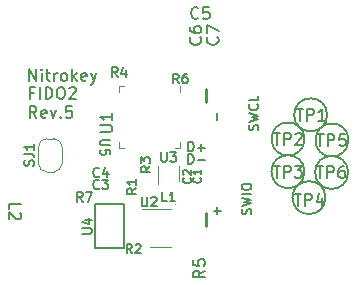
<source format=gto>
G04 #@! TF.GenerationSoftware,KiCad,Pcbnew,(5.1.2)-1*
G04 #@! TF.CreationDate,2019-10-21T11:23:54+02:00*
G04 #@! TF.ProjectId,nk-fido2,6e6b2d66-6964-46f3-922e-6b696361645f,R5*
G04 #@! TF.SameCoordinates,Original*
G04 #@! TF.FileFunction,Legend,Top*
G04 #@! TF.FilePolarity,Positive*
%FSLAX46Y46*%
G04 Gerber Fmt 4.6, Leading zero omitted, Abs format (unit mm)*
G04 Created by KiCad (PCBNEW (5.1.2)-1) date 2019-10-21 11:23:54*
%MOMM*%
%LPD*%
G04 APERTURE LIST*
%ADD10C,0.150000*%
%ADD11C,0.254000*%
%ADD12C,0.120000*%
%ADD13C,0.101600*%
%ADD14C,0.160000*%
G04 APERTURE END LIST*
D10*
X117514914Y-95637380D02*
X117181580Y-95161190D01*
X116943485Y-95637380D02*
X116943485Y-94637380D01*
X117324438Y-94637380D01*
X117419676Y-94685000D01*
X117467295Y-94732619D01*
X117514914Y-94827857D01*
X117514914Y-94970714D01*
X117467295Y-95065952D01*
X117419676Y-95113571D01*
X117324438Y-95161190D01*
X116943485Y-95161190D01*
X118324438Y-95589761D02*
X118229200Y-95637380D01*
X118038723Y-95637380D01*
X117943485Y-95589761D01*
X117895866Y-95494523D01*
X117895866Y-95113571D01*
X117943485Y-95018333D01*
X118038723Y-94970714D01*
X118229200Y-94970714D01*
X118324438Y-95018333D01*
X118372057Y-95113571D01*
X118372057Y-95208809D01*
X117895866Y-95304047D01*
X118705390Y-94970714D02*
X118943485Y-95637380D01*
X119181580Y-94970714D01*
X119562533Y-95542142D02*
X119610152Y-95589761D01*
X119562533Y-95637380D01*
X119514914Y-95589761D01*
X119562533Y-95542142D01*
X119562533Y-95637380D01*
X120514914Y-94637380D02*
X120038723Y-94637380D01*
X119991104Y-95113571D01*
X120038723Y-95065952D01*
X120133961Y-95018333D01*
X120372057Y-95018333D01*
X120467295Y-95065952D01*
X120514914Y-95113571D01*
X120562533Y-95208809D01*
X120562533Y-95446904D01*
X120514914Y-95542142D01*
X120467295Y-95589761D01*
X120372057Y-95637380D01*
X120133961Y-95637380D01*
X120038723Y-95589761D01*
X119991104Y-95542142D01*
X132772057Y-95180238D02*
X132772057Y-95789761D01*
X117283961Y-93501871D02*
X116950628Y-93501871D01*
X116950628Y-94025680D02*
X116950628Y-93025680D01*
X117426819Y-93025680D01*
X117807771Y-94025680D02*
X117807771Y-93025680D01*
X118283961Y-94025680D02*
X118283961Y-93025680D01*
X118522057Y-93025680D01*
X118664914Y-93073300D01*
X118760152Y-93168538D01*
X118807771Y-93263776D01*
X118855390Y-93454252D01*
X118855390Y-93597109D01*
X118807771Y-93787585D01*
X118760152Y-93882823D01*
X118664914Y-93978061D01*
X118522057Y-94025680D01*
X118283961Y-94025680D01*
X119474438Y-93025680D02*
X119664914Y-93025680D01*
X119760152Y-93073300D01*
X119855390Y-93168538D01*
X119903009Y-93359014D01*
X119903009Y-93692347D01*
X119855390Y-93882823D01*
X119760152Y-93978061D01*
X119664914Y-94025680D01*
X119474438Y-94025680D01*
X119379200Y-93978061D01*
X119283961Y-93882823D01*
X119236342Y-93692347D01*
X119236342Y-93359014D01*
X119283961Y-93168538D01*
X119379200Y-93073300D01*
X119474438Y-93025680D01*
X120283961Y-93120919D02*
X120331580Y-93073300D01*
X120426819Y-93025680D01*
X120664914Y-93025680D01*
X120760152Y-93073300D01*
X120807771Y-93120919D01*
X120855390Y-93216157D01*
X120855390Y-93311395D01*
X120807771Y-93454252D01*
X120236342Y-94025680D01*
X120855390Y-94025680D01*
X116916785Y-92488980D02*
X116916785Y-91488980D01*
X117488214Y-92488980D01*
X117488214Y-91488980D01*
X117964404Y-92488980D02*
X117964404Y-91822314D01*
X117964404Y-91488980D02*
X117916785Y-91536600D01*
X117964404Y-91584219D01*
X118012023Y-91536600D01*
X117964404Y-91488980D01*
X117964404Y-91584219D01*
X118297738Y-91822314D02*
X118678690Y-91822314D01*
X118440595Y-91488980D02*
X118440595Y-92346123D01*
X118488214Y-92441361D01*
X118583452Y-92488980D01*
X118678690Y-92488980D01*
X119012023Y-92488980D02*
X119012023Y-91822314D01*
X119012023Y-92012790D02*
X119059642Y-91917552D01*
X119107261Y-91869933D01*
X119202500Y-91822314D01*
X119297738Y-91822314D01*
X119773928Y-92488980D02*
X119678690Y-92441361D01*
X119631071Y-92393742D01*
X119583452Y-92298504D01*
X119583452Y-92012790D01*
X119631071Y-91917552D01*
X119678690Y-91869933D01*
X119773928Y-91822314D01*
X119916785Y-91822314D01*
X120012023Y-91869933D01*
X120059642Y-91917552D01*
X120107261Y-92012790D01*
X120107261Y-92298504D01*
X120059642Y-92393742D01*
X120012023Y-92441361D01*
X119916785Y-92488980D01*
X119773928Y-92488980D01*
X120535833Y-92488980D02*
X120535833Y-91488980D01*
X120631071Y-92108028D02*
X120916785Y-92488980D01*
X120916785Y-91822314D02*
X120535833Y-92203266D01*
X121726309Y-92441361D02*
X121631071Y-92488980D01*
X121440595Y-92488980D01*
X121345357Y-92441361D01*
X121297738Y-92346123D01*
X121297738Y-91965171D01*
X121345357Y-91869933D01*
X121440595Y-91822314D01*
X121631071Y-91822314D01*
X121726309Y-91869933D01*
X121773928Y-91965171D01*
X121773928Y-92060409D01*
X121297738Y-92155647D01*
X122107261Y-91822314D02*
X122345357Y-92488980D01*
X122583452Y-91822314D02*
X122345357Y-92488980D01*
X122250119Y-92727076D01*
X122202500Y-92774695D01*
X122107261Y-92822314D01*
X136253009Y-96659523D02*
X136291104Y-96545238D01*
X136291104Y-96354761D01*
X136253009Y-96278571D01*
X136214914Y-96240476D01*
X136138723Y-96202380D01*
X136062533Y-96202380D01*
X135986342Y-96240476D01*
X135948247Y-96278571D01*
X135910152Y-96354761D01*
X135872057Y-96507142D01*
X135833961Y-96583333D01*
X135795866Y-96621428D01*
X135719676Y-96659523D01*
X135643485Y-96659523D01*
X135567295Y-96621428D01*
X135529200Y-96583333D01*
X135491104Y-96507142D01*
X135491104Y-96316666D01*
X135529200Y-96202380D01*
X135491104Y-95935714D02*
X136291104Y-95745238D01*
X135719676Y-95592857D01*
X136291104Y-95440476D01*
X135491104Y-95250000D01*
X136214914Y-94488095D02*
X136253009Y-94526190D01*
X136291104Y-94640476D01*
X136291104Y-94716666D01*
X136253009Y-94830952D01*
X136176819Y-94907142D01*
X136100628Y-94945238D01*
X135948247Y-94983333D01*
X135833961Y-94983333D01*
X135681580Y-94945238D01*
X135605390Y-94907142D01*
X135529200Y-94830952D01*
X135491104Y-94716666D01*
X135491104Y-94640476D01*
X135529200Y-94526190D01*
X135567295Y-94488095D01*
X136291104Y-93764285D02*
X136291104Y-94145238D01*
X135491104Y-94145238D01*
X135653009Y-103780238D02*
X135691104Y-103665952D01*
X135691104Y-103475476D01*
X135653009Y-103399285D01*
X135614914Y-103361190D01*
X135538723Y-103323095D01*
X135462533Y-103323095D01*
X135386342Y-103361190D01*
X135348247Y-103399285D01*
X135310152Y-103475476D01*
X135272057Y-103627857D01*
X135233961Y-103704047D01*
X135195866Y-103742142D01*
X135119676Y-103780238D01*
X135043485Y-103780238D01*
X134967295Y-103742142D01*
X134929200Y-103704047D01*
X134891104Y-103627857D01*
X134891104Y-103437380D01*
X134929200Y-103323095D01*
X134891104Y-103056428D02*
X135691104Y-102865952D01*
X135119676Y-102713571D01*
X135691104Y-102561190D01*
X134891104Y-102370714D01*
X135691104Y-102065952D02*
X134891104Y-102065952D01*
X134891104Y-101532619D02*
X134891104Y-101380238D01*
X134929200Y-101304047D01*
X135005390Y-101227857D01*
X135157771Y-101189761D01*
X135424438Y-101189761D01*
X135576819Y-101227857D01*
X135653009Y-101304047D01*
X135691104Y-101380238D01*
X135691104Y-101532619D01*
X135653009Y-101608809D01*
X135576819Y-101685000D01*
X135424438Y-101723095D01*
X135157771Y-101723095D01*
X135005390Y-101685000D01*
X134929200Y-101608809D01*
X134891104Y-101532619D01*
X133133961Y-103477857D02*
X132524438Y-103477857D01*
X132829200Y-103173095D02*
X132829200Y-103782619D01*
X130374438Y-99511904D02*
X130374438Y-98711904D01*
X130564914Y-98711904D01*
X130679200Y-98750000D01*
X130755390Y-98826190D01*
X130793485Y-98902380D01*
X130831580Y-99054761D01*
X130831580Y-99169047D01*
X130793485Y-99321428D01*
X130755390Y-99397619D01*
X130679200Y-99473809D01*
X130564914Y-99511904D01*
X130374438Y-99511904D01*
X131174438Y-99207142D02*
X131783961Y-99207142D01*
X130374438Y-98461904D02*
X130374438Y-97661904D01*
X130564914Y-97661904D01*
X130679200Y-97700000D01*
X130755390Y-97776190D01*
X130793485Y-97852380D01*
X130831580Y-98004761D01*
X130831580Y-98119047D01*
X130793485Y-98271428D01*
X130755390Y-98347619D01*
X130679200Y-98423809D01*
X130564914Y-98461904D01*
X130374438Y-98461904D01*
X131174438Y-98157142D02*
X131783961Y-98157142D01*
X131479200Y-98461904D02*
X131479200Y-97852380D01*
X141977872Y-102374800D02*
G75*
G03X141977872Y-102374800I-1395672J0D01*
G01*
X143895572Y-100242529D02*
G75*
G03X143895572Y-100242529I-1395672J0D01*
G01*
X140199872Y-100179029D02*
G75*
G03X140199872Y-100179029I-1395672J0D01*
G01*
X140199872Y-97410429D02*
G75*
G03X140199872Y-97410429I-1395672J0D01*
G01*
X143922301Y-97498000D02*
G75*
G03X143922301Y-97498000I-1395672J0D01*
G01*
X142118901Y-95364400D02*
G75*
G03X142118901Y-95364400I-1395672J0D01*
G01*
D11*
X131899020Y-103711490D02*
X131899020Y-104811310D01*
X131899020Y-94313490D02*
X131899020Y-93213670D01*
D12*
X129689200Y-97685000D02*
X129689200Y-98160000D01*
X129689200Y-98160000D02*
X129214200Y-98160000D01*
X124469200Y-93415000D02*
X124469200Y-92940000D01*
X124469200Y-92940000D02*
X124944200Y-92940000D01*
X124469200Y-97685000D02*
X124469200Y-98160000D01*
X124469200Y-98160000D02*
X124944200Y-98160000D01*
X129689200Y-93415000D02*
X129689200Y-92940000D01*
X119679200Y-99485000D02*
G75*
G02X118979200Y-100185000I-700000J0D01*
G01*
X118379200Y-100185000D02*
G75*
G02X117679200Y-99485000I0J700000D01*
G01*
X117679200Y-98085000D02*
G75*
G02X118379200Y-97385000I700000J0D01*
G01*
X118979200Y-97385000D02*
G75*
G02X119679200Y-98085000I0J-700000D01*
G01*
X118379200Y-97385000D02*
X118979200Y-97385000D01*
X118979200Y-100185000D02*
X118379200Y-100185000D01*
X119679200Y-98085000D02*
X119679200Y-99485000D01*
X117679200Y-99485000D02*
X117679200Y-98085000D01*
D10*
X122429200Y-106625000D02*
X122429200Y-102875000D01*
X124929200Y-106625000D02*
X122429200Y-106625000D01*
X124929200Y-102875000D02*
X124929200Y-106625000D01*
X122429200Y-102875000D02*
X124929200Y-102875000D01*
D12*
X127129200Y-106560000D02*
X128929200Y-106560000D01*
X128929200Y-103340000D02*
X126479200Y-103340000D01*
D13*
X129292900Y-102923000D02*
G75*
G03X129292900Y-102923000I-50800J0D01*
G01*
D12*
X129579200Y-99685000D02*
X129579200Y-100985000D01*
X127779200Y-101235000D02*
X127779200Y-99685000D01*
D14*
X122921580Y-96816904D02*
X123731104Y-96816904D01*
X123826342Y-96769285D01*
X123873961Y-96721666D01*
X123921580Y-96626428D01*
X123921580Y-96435952D01*
X123873961Y-96340714D01*
X123826342Y-96293095D01*
X123731104Y-96245476D01*
X122921580Y-96245476D01*
X123921580Y-95245476D02*
X123921580Y-95816904D01*
X123921580Y-95531190D02*
X122921580Y-95531190D01*
X123064438Y-95626428D01*
X123159676Y-95721666D01*
X123207295Y-95816904D01*
X115226819Y-103368333D02*
X115226819Y-102892142D01*
X116226819Y-102892142D01*
X116131580Y-103654047D02*
X116179200Y-103701666D01*
X116226819Y-103796904D01*
X116226819Y-104035000D01*
X116179200Y-104130238D01*
X116131580Y-104177857D01*
X116036342Y-104225476D01*
X115941104Y-104225476D01*
X115798247Y-104177857D01*
X115226819Y-103606428D01*
X115226819Y-104225476D01*
D10*
X117243009Y-99689285D02*
X117281104Y-99575000D01*
X117281104Y-99384523D01*
X117243009Y-99308333D01*
X117204914Y-99270238D01*
X117128723Y-99232142D01*
X117052533Y-99232142D01*
X116976342Y-99270238D01*
X116938247Y-99308333D01*
X116900152Y-99384523D01*
X116862057Y-99536904D01*
X116823961Y-99613095D01*
X116785866Y-99651190D01*
X116709676Y-99689285D01*
X116633485Y-99689285D01*
X116557295Y-99651190D01*
X116519200Y-99613095D01*
X116481104Y-99536904D01*
X116481104Y-99346428D01*
X116519200Y-99232142D01*
X116481104Y-98660714D02*
X117052533Y-98660714D01*
X117166819Y-98698809D01*
X117243009Y-98775000D01*
X117281104Y-98889285D01*
X117281104Y-98965476D01*
X117281104Y-97860714D02*
X117281104Y-98317857D01*
X117281104Y-98089285D02*
X116481104Y-98089285D01*
X116595390Y-98165476D01*
X116671580Y-98241666D01*
X116709676Y-98317857D01*
X123717295Y-97505476D02*
X123069676Y-97505476D01*
X122993485Y-97543571D01*
X122955390Y-97581666D01*
X122917295Y-97657857D01*
X122917295Y-97810238D01*
X122955390Y-97886428D01*
X122993485Y-97924523D01*
X123069676Y-97962619D01*
X123717295Y-97962619D01*
X123717295Y-98724523D02*
X123717295Y-98343571D01*
X123336342Y-98305476D01*
X123374438Y-98343571D01*
X123412533Y-98419761D01*
X123412533Y-98610238D01*
X123374438Y-98686428D01*
X123336342Y-98724523D01*
X123260152Y-98762619D01*
X123069676Y-98762619D01*
X122993485Y-98724523D01*
X122955390Y-98686428D01*
X122917295Y-98610238D01*
X122917295Y-98419761D01*
X122955390Y-98343571D01*
X122993485Y-98305476D01*
X121391104Y-105414523D02*
X122038723Y-105414523D01*
X122114914Y-105376428D01*
X122153009Y-105338333D01*
X122191104Y-105262142D01*
X122191104Y-105109761D01*
X122153009Y-105033571D01*
X122114914Y-104995476D01*
X122038723Y-104957380D01*
X121391104Y-104957380D01*
X121657771Y-104233571D02*
X122191104Y-104233571D01*
X121353009Y-104424047D02*
X121924438Y-104614523D01*
X121924438Y-104119285D01*
X126439676Y-102326904D02*
X126439676Y-102974523D01*
X126477771Y-103050714D01*
X126515866Y-103088809D01*
X126592057Y-103126904D01*
X126744438Y-103126904D01*
X126820628Y-103088809D01*
X126858723Y-103050714D01*
X126896819Y-102974523D01*
X126896819Y-102326904D01*
X127239676Y-102403095D02*
X127277771Y-102365000D01*
X127353961Y-102326904D01*
X127544438Y-102326904D01*
X127620628Y-102365000D01*
X127658723Y-102403095D01*
X127696819Y-102479285D01*
X127696819Y-102555476D01*
X127658723Y-102669761D01*
X127201580Y-103126904D01*
X127696819Y-103126904D01*
X131781580Y-108551666D02*
X131305390Y-108885000D01*
X131781580Y-109123095D02*
X130781580Y-109123095D01*
X130781580Y-108742142D01*
X130829200Y-108646904D01*
X130876819Y-108599285D01*
X130972057Y-108551666D01*
X131114914Y-108551666D01*
X131210152Y-108599285D01*
X131257771Y-108646904D01*
X131305390Y-108742142D01*
X131305390Y-109123095D01*
X130781580Y-107646904D02*
X130781580Y-108123095D01*
X131257771Y-108170714D01*
X131210152Y-108123095D01*
X131162533Y-108027857D01*
X131162533Y-107789761D01*
X131210152Y-107694523D01*
X131257771Y-107646904D01*
X131353009Y-107599285D01*
X131591104Y-107599285D01*
X131686342Y-107646904D01*
X131733961Y-107694523D01*
X131781580Y-107789761D01*
X131781580Y-108027857D01*
X131733961Y-108123095D01*
X131686342Y-108170714D01*
X137567295Y-96902380D02*
X138138723Y-96902380D01*
X137853009Y-97902380D02*
X137853009Y-96902380D01*
X138472057Y-97902380D02*
X138472057Y-96902380D01*
X138853009Y-96902380D01*
X138948247Y-96950000D01*
X138995866Y-96997619D01*
X139043485Y-97092857D01*
X139043485Y-97235714D01*
X138995866Y-97330952D01*
X138948247Y-97378571D01*
X138853009Y-97426190D01*
X138472057Y-97426190D01*
X139424438Y-96997619D02*
X139472057Y-96950000D01*
X139567295Y-96902380D01*
X139805390Y-96902380D01*
X139900628Y-96950000D01*
X139948247Y-96997619D01*
X139995866Y-97092857D01*
X139995866Y-97188095D01*
X139948247Y-97330952D01*
X139376819Y-97902380D01*
X139995866Y-97902380D01*
X128555866Y-102686904D02*
X128174914Y-102686904D01*
X128174914Y-101886904D01*
X129241580Y-102686904D02*
X128784438Y-102686904D01*
X129013009Y-102686904D02*
X129013009Y-101886904D01*
X128936819Y-102001190D01*
X128860628Y-102077380D01*
X128784438Y-102115476D01*
X131399200Y-100681666D02*
X131432533Y-100715000D01*
X131465866Y-100815000D01*
X131465866Y-100881666D01*
X131432533Y-100981666D01*
X131365866Y-101048333D01*
X131299200Y-101081666D01*
X131165866Y-101115000D01*
X131065866Y-101115000D01*
X130932533Y-101081666D01*
X130865866Y-101048333D01*
X130799200Y-100981666D01*
X130765866Y-100881666D01*
X130765866Y-100815000D01*
X130799200Y-100715000D01*
X130832533Y-100681666D01*
X131465866Y-100015000D02*
X131465866Y-100415000D01*
X131465866Y-100215000D02*
X130765866Y-100215000D01*
X130865866Y-100281666D01*
X130932533Y-100348333D01*
X130965866Y-100415000D01*
X130539200Y-100711666D02*
X130572533Y-100745000D01*
X130605866Y-100845000D01*
X130605866Y-100911666D01*
X130572533Y-101011666D01*
X130505866Y-101078333D01*
X130439200Y-101111666D01*
X130305866Y-101145000D01*
X130205866Y-101145000D01*
X130072533Y-101111666D01*
X130005866Y-101078333D01*
X129939200Y-101011666D01*
X129905866Y-100911666D01*
X129905866Y-100845000D01*
X129939200Y-100745000D01*
X129972533Y-100711666D01*
X129972533Y-100445000D02*
X129939200Y-100411666D01*
X129905866Y-100345000D01*
X129905866Y-100178333D01*
X129939200Y-100111666D01*
X129972533Y-100078333D01*
X130039200Y-100045000D01*
X130105866Y-100045000D01*
X130205866Y-100078333D01*
X130605866Y-100478333D01*
X130605866Y-100045000D01*
X122835866Y-101570714D02*
X122797771Y-101608809D01*
X122683485Y-101646904D01*
X122607295Y-101646904D01*
X122493009Y-101608809D01*
X122416819Y-101532619D01*
X122378723Y-101456428D01*
X122340628Y-101304047D01*
X122340628Y-101189761D01*
X122378723Y-101037380D01*
X122416819Y-100961190D01*
X122493009Y-100885000D01*
X122607295Y-100846904D01*
X122683485Y-100846904D01*
X122797771Y-100885000D01*
X122835866Y-100923095D01*
X123102533Y-100846904D02*
X123597771Y-100846904D01*
X123331104Y-101151666D01*
X123445390Y-101151666D01*
X123521580Y-101189761D01*
X123559676Y-101227857D01*
X123597771Y-101304047D01*
X123597771Y-101494523D01*
X123559676Y-101570714D01*
X123521580Y-101608809D01*
X123445390Y-101646904D01*
X123216819Y-101646904D01*
X123140628Y-101608809D01*
X123102533Y-101570714D01*
X122835866Y-100550714D02*
X122797771Y-100588809D01*
X122683485Y-100626904D01*
X122607295Y-100626904D01*
X122493009Y-100588809D01*
X122416819Y-100512619D01*
X122378723Y-100436428D01*
X122340628Y-100284047D01*
X122340628Y-100169761D01*
X122378723Y-100017380D01*
X122416819Y-99941190D01*
X122493009Y-99865000D01*
X122607295Y-99826904D01*
X122683485Y-99826904D01*
X122797771Y-99865000D01*
X122835866Y-99903095D01*
X123521580Y-100093571D02*
X123521580Y-100626904D01*
X123331104Y-99788809D02*
X123140628Y-100360238D01*
X123635866Y-100360238D01*
X131212533Y-87142142D02*
X131164914Y-87189761D01*
X131022057Y-87237380D01*
X130926819Y-87237380D01*
X130783961Y-87189761D01*
X130688723Y-87094523D01*
X130641104Y-86999285D01*
X130593485Y-86808809D01*
X130593485Y-86665952D01*
X130641104Y-86475476D01*
X130688723Y-86380238D01*
X130783961Y-86285000D01*
X130926819Y-86237380D01*
X131022057Y-86237380D01*
X131164914Y-86285000D01*
X131212533Y-86332619D01*
X132117295Y-86237380D02*
X131641104Y-86237380D01*
X131593485Y-86713571D01*
X131641104Y-86665952D01*
X131736342Y-86618333D01*
X131974438Y-86618333D01*
X132069676Y-86665952D01*
X132117295Y-86713571D01*
X132164914Y-86808809D01*
X132164914Y-87046904D01*
X132117295Y-87142142D01*
X132069676Y-87189761D01*
X131974438Y-87237380D01*
X131736342Y-87237380D01*
X131641104Y-87189761D01*
X131593485Y-87142142D01*
X131386342Y-88801666D02*
X131433961Y-88849285D01*
X131481580Y-88992142D01*
X131481580Y-89087380D01*
X131433961Y-89230238D01*
X131338723Y-89325476D01*
X131243485Y-89373095D01*
X131053009Y-89420714D01*
X130910152Y-89420714D01*
X130719676Y-89373095D01*
X130624438Y-89325476D01*
X130529200Y-89230238D01*
X130481580Y-89087380D01*
X130481580Y-88992142D01*
X130529200Y-88849285D01*
X130576819Y-88801666D01*
X130481580Y-87944523D02*
X130481580Y-88135000D01*
X130529200Y-88230238D01*
X130576819Y-88277857D01*
X130719676Y-88373095D01*
X130910152Y-88420714D01*
X131291104Y-88420714D01*
X131386342Y-88373095D01*
X131433961Y-88325476D01*
X131481580Y-88230238D01*
X131481580Y-88039761D01*
X131433961Y-87944523D01*
X131386342Y-87896904D01*
X131291104Y-87849285D01*
X131053009Y-87849285D01*
X130957771Y-87896904D01*
X130910152Y-87944523D01*
X130862533Y-88039761D01*
X130862533Y-88230238D01*
X130910152Y-88325476D01*
X130957771Y-88373095D01*
X131053009Y-88420714D01*
X132836342Y-88801666D02*
X132883961Y-88849285D01*
X132931580Y-88992142D01*
X132931580Y-89087380D01*
X132883961Y-89230238D01*
X132788723Y-89325476D01*
X132693485Y-89373095D01*
X132503009Y-89420714D01*
X132360152Y-89420714D01*
X132169676Y-89373095D01*
X132074438Y-89325476D01*
X131979200Y-89230238D01*
X131931580Y-89087380D01*
X131931580Y-88992142D01*
X131979200Y-88849285D01*
X132026819Y-88801666D01*
X131931580Y-88468333D02*
X131931580Y-87801666D01*
X132931580Y-88230238D01*
X125971104Y-101588333D02*
X125590152Y-101855000D01*
X125971104Y-102045476D02*
X125171104Y-102045476D01*
X125171104Y-101740714D01*
X125209200Y-101664523D01*
X125247295Y-101626428D01*
X125323485Y-101588333D01*
X125437771Y-101588333D01*
X125513961Y-101626428D01*
X125552057Y-101664523D01*
X125590152Y-101740714D01*
X125590152Y-102045476D01*
X125971104Y-100826428D02*
X125971104Y-101283571D01*
X125971104Y-101055000D02*
X125171104Y-101055000D01*
X125285390Y-101131190D01*
X125361580Y-101207380D01*
X125399676Y-101283571D01*
X125595866Y-107076904D02*
X125329200Y-106695952D01*
X125138723Y-107076904D02*
X125138723Y-106276904D01*
X125443485Y-106276904D01*
X125519676Y-106315000D01*
X125557771Y-106353095D01*
X125595866Y-106429285D01*
X125595866Y-106543571D01*
X125557771Y-106619761D01*
X125519676Y-106657857D01*
X125443485Y-106695952D01*
X125138723Y-106695952D01*
X125900628Y-106353095D02*
X125938723Y-106315000D01*
X126014914Y-106276904D01*
X126205390Y-106276904D01*
X126281580Y-106315000D01*
X126319676Y-106353095D01*
X126357771Y-106429285D01*
X126357771Y-106505476D01*
X126319676Y-106619761D01*
X125862533Y-107076904D01*
X126357771Y-107076904D01*
X124385866Y-92146904D02*
X124119200Y-91765952D01*
X123928723Y-92146904D02*
X123928723Y-91346904D01*
X124233485Y-91346904D01*
X124309676Y-91385000D01*
X124347771Y-91423095D01*
X124385866Y-91499285D01*
X124385866Y-91613571D01*
X124347771Y-91689761D01*
X124309676Y-91727857D01*
X124233485Y-91765952D01*
X123928723Y-91765952D01*
X125071580Y-91613571D02*
X125071580Y-92146904D01*
X124881104Y-91308809D02*
X124690628Y-91880238D01*
X125185866Y-91880238D01*
X129565866Y-92676904D02*
X129299200Y-92295952D01*
X129108723Y-92676904D02*
X129108723Y-91876904D01*
X129413485Y-91876904D01*
X129489676Y-91915000D01*
X129527771Y-91953095D01*
X129565866Y-92029285D01*
X129565866Y-92143571D01*
X129527771Y-92219761D01*
X129489676Y-92257857D01*
X129413485Y-92295952D01*
X129108723Y-92295952D01*
X130251580Y-91876904D02*
X130099200Y-91876904D01*
X130023009Y-91915000D01*
X129984914Y-91953095D01*
X129908723Y-92067380D01*
X129870628Y-92219761D01*
X129870628Y-92524523D01*
X129908723Y-92600714D01*
X129946819Y-92638809D01*
X130023009Y-92676904D01*
X130175390Y-92676904D01*
X130251580Y-92638809D01*
X130289676Y-92600714D01*
X130327771Y-92524523D01*
X130327771Y-92334047D01*
X130289676Y-92257857D01*
X130251580Y-92219761D01*
X130175390Y-92181666D01*
X130023009Y-92181666D01*
X129946819Y-92219761D01*
X129908723Y-92257857D01*
X129870628Y-92334047D01*
X128069676Y-98526904D02*
X128069676Y-99174523D01*
X128107771Y-99250714D01*
X128145866Y-99288809D01*
X128222057Y-99326904D01*
X128374438Y-99326904D01*
X128450628Y-99288809D01*
X128488723Y-99250714D01*
X128526819Y-99174523D01*
X128526819Y-98526904D01*
X128831580Y-98526904D02*
X129326819Y-98526904D01*
X129060152Y-98831666D01*
X129174438Y-98831666D01*
X129250628Y-98869761D01*
X129288723Y-98907857D01*
X129326819Y-98984047D01*
X129326819Y-99174523D01*
X129288723Y-99250714D01*
X129250628Y-99288809D01*
X129174438Y-99326904D01*
X128945866Y-99326904D01*
X128869676Y-99288809D01*
X128831580Y-99250714D01*
X139517295Y-94852380D02*
X140088723Y-94852380D01*
X139803009Y-95852380D02*
X139803009Y-94852380D01*
X140422057Y-95852380D02*
X140422057Y-94852380D01*
X140803009Y-94852380D01*
X140898247Y-94900000D01*
X140945866Y-94947619D01*
X140993485Y-95042857D01*
X140993485Y-95185714D01*
X140945866Y-95280952D01*
X140898247Y-95328571D01*
X140803009Y-95376190D01*
X140422057Y-95376190D01*
X141945866Y-95852380D02*
X141374438Y-95852380D01*
X141660152Y-95852380D02*
X141660152Y-94852380D01*
X141564914Y-94995238D01*
X141469676Y-95090476D01*
X141374438Y-95138095D01*
X137567295Y-99682380D02*
X138138723Y-99682380D01*
X137853009Y-100682380D02*
X137853009Y-99682380D01*
X138472057Y-100682380D02*
X138472057Y-99682380D01*
X138853009Y-99682380D01*
X138948247Y-99730000D01*
X138995866Y-99777619D01*
X139043485Y-99872857D01*
X139043485Y-100015714D01*
X138995866Y-100110952D01*
X138948247Y-100158571D01*
X138853009Y-100206190D01*
X138472057Y-100206190D01*
X139376819Y-99682380D02*
X139995866Y-99682380D01*
X139662533Y-100063333D01*
X139805390Y-100063333D01*
X139900628Y-100110952D01*
X139948247Y-100158571D01*
X139995866Y-100253809D01*
X139995866Y-100491904D01*
X139948247Y-100587142D01*
X139900628Y-100634761D01*
X139805390Y-100682380D01*
X139519676Y-100682380D01*
X139424438Y-100634761D01*
X139376819Y-100587142D01*
X139367295Y-102052380D02*
X139938723Y-102052380D01*
X139653009Y-103052380D02*
X139653009Y-102052380D01*
X140272057Y-103052380D02*
X140272057Y-102052380D01*
X140653009Y-102052380D01*
X140748247Y-102100000D01*
X140795866Y-102147619D01*
X140843485Y-102242857D01*
X140843485Y-102385714D01*
X140795866Y-102480952D01*
X140748247Y-102528571D01*
X140653009Y-102576190D01*
X140272057Y-102576190D01*
X141700628Y-102385714D02*
X141700628Y-103052380D01*
X141462533Y-102004761D02*
X141224438Y-102719047D01*
X141843485Y-102719047D01*
X141267295Y-97002380D02*
X141838723Y-97002380D01*
X141553009Y-98002380D02*
X141553009Y-97002380D01*
X142172057Y-98002380D02*
X142172057Y-97002380D01*
X142553009Y-97002380D01*
X142648247Y-97050000D01*
X142695866Y-97097619D01*
X142743485Y-97192857D01*
X142743485Y-97335714D01*
X142695866Y-97430952D01*
X142648247Y-97478571D01*
X142553009Y-97526190D01*
X142172057Y-97526190D01*
X143648247Y-97002380D02*
X143172057Y-97002380D01*
X143124438Y-97478571D01*
X143172057Y-97430952D01*
X143267295Y-97383333D01*
X143505390Y-97383333D01*
X143600628Y-97430952D01*
X143648247Y-97478571D01*
X143695866Y-97573809D01*
X143695866Y-97811904D01*
X143648247Y-97907142D01*
X143600628Y-97954761D01*
X143505390Y-98002380D01*
X143267295Y-98002380D01*
X143172057Y-97954761D01*
X143124438Y-97907142D01*
X141217295Y-99702380D02*
X141788723Y-99702380D01*
X141503009Y-100702380D02*
X141503009Y-99702380D01*
X142122057Y-100702380D02*
X142122057Y-99702380D01*
X142503009Y-99702380D01*
X142598247Y-99750000D01*
X142645866Y-99797619D01*
X142693485Y-99892857D01*
X142693485Y-100035714D01*
X142645866Y-100130952D01*
X142598247Y-100178571D01*
X142503009Y-100226190D01*
X142122057Y-100226190D01*
X143550628Y-99702380D02*
X143360152Y-99702380D01*
X143264914Y-99750000D01*
X143217295Y-99797619D01*
X143122057Y-99940476D01*
X143074438Y-100130952D01*
X143074438Y-100511904D01*
X143122057Y-100607142D01*
X143169676Y-100654761D01*
X143264914Y-100702380D01*
X143455390Y-100702380D01*
X143550628Y-100654761D01*
X143598247Y-100607142D01*
X143645866Y-100511904D01*
X143645866Y-100273809D01*
X143598247Y-100178571D01*
X143550628Y-100130952D01*
X143455390Y-100083333D01*
X143264914Y-100083333D01*
X143169676Y-100130952D01*
X143122057Y-100178571D01*
X143074438Y-100273809D01*
X127141104Y-99738333D02*
X126760152Y-100005000D01*
X127141104Y-100195476D02*
X126341104Y-100195476D01*
X126341104Y-99890714D01*
X126379200Y-99814523D01*
X126417295Y-99776428D01*
X126493485Y-99738333D01*
X126607771Y-99738333D01*
X126683961Y-99776428D01*
X126722057Y-99814523D01*
X126760152Y-99890714D01*
X126760152Y-100195476D01*
X126341104Y-99471666D02*
X126341104Y-98976428D01*
X126645866Y-99243095D01*
X126645866Y-99128809D01*
X126683961Y-99052619D01*
X126722057Y-99014523D01*
X126798247Y-98976428D01*
X126988723Y-98976428D01*
X127064914Y-99014523D01*
X127103009Y-99052619D01*
X127141104Y-99128809D01*
X127141104Y-99357380D01*
X127103009Y-99433571D01*
X127064914Y-99471666D01*
X121415866Y-102716904D02*
X121149200Y-102335952D01*
X120958723Y-102716904D02*
X120958723Y-101916904D01*
X121263485Y-101916904D01*
X121339676Y-101955000D01*
X121377771Y-101993095D01*
X121415866Y-102069285D01*
X121415866Y-102183571D01*
X121377771Y-102259761D01*
X121339676Y-102297857D01*
X121263485Y-102335952D01*
X120958723Y-102335952D01*
X121682533Y-101916904D02*
X122215866Y-101916904D01*
X121873009Y-102716904D01*
M02*

</source>
